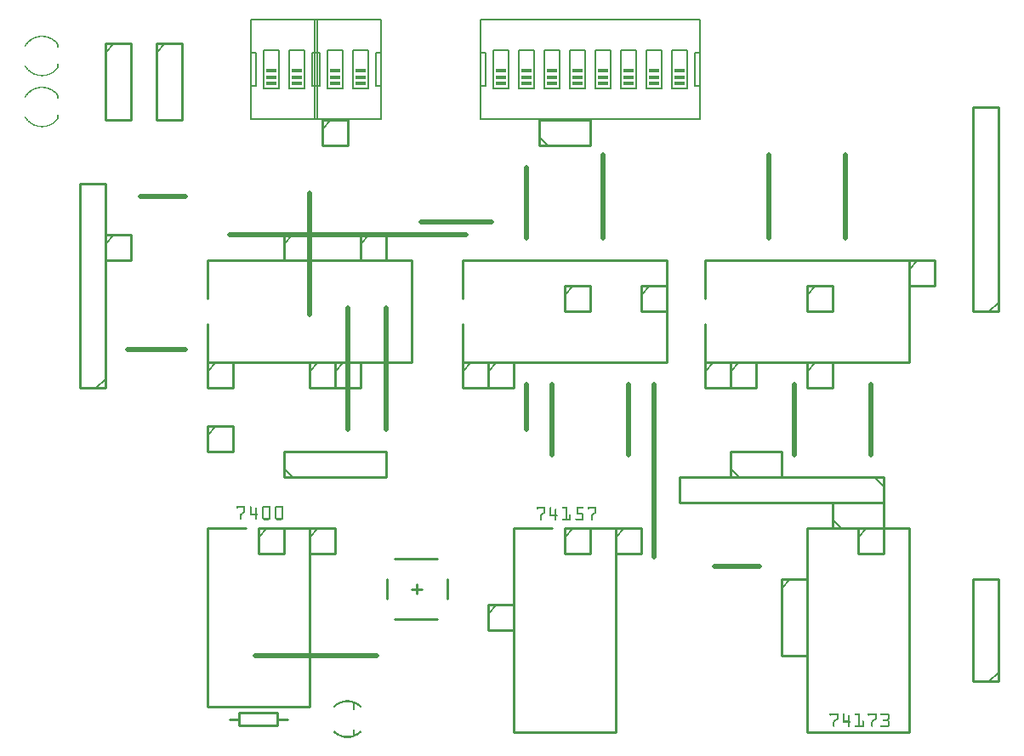
<source format=gto>
G04 MADE WITH FRITZING*
G04 WWW.FRITZING.ORG*
G04 SINGLE SIDED*
G04 HOLES NOT PLATED*
G04 CONTOUR ON CENTER OF CONTOUR VECTOR*
%ASAXBY*%
%FSLAX23Y23*%
%MOIN*%
%OFA0B0*%
%SFA1.0B1.0*%
%ADD10R,0.040000X0.015000*%
%ADD11C,0.021000*%
%ADD12C,0.010000*%
%ADD13C,0.005000*%
%ADD14C,0.008000*%
%ADD15R,0.001000X0.001000*%
%LNSILK1*%
G90*
G70*
G54D10*
X1224Y2844D03*
X1224Y2819D03*
X1224Y2794D03*
X1124Y2844D03*
X1124Y2819D03*
X1124Y2794D03*
X1474Y2844D03*
X1474Y2819D03*
X1474Y2794D03*
X1374Y2844D03*
X1374Y2819D03*
X1374Y2794D03*
X2724Y2844D03*
X2724Y2819D03*
X2724Y2794D03*
X2624Y2844D03*
X2624Y2819D03*
X2624Y2794D03*
X2524Y2844D03*
X2524Y2819D03*
X2524Y2794D03*
X2424Y2844D03*
X2424Y2819D03*
X2424Y2794D03*
X2324Y2844D03*
X2324Y2819D03*
X2324Y2794D03*
X2224Y2844D03*
X2224Y2819D03*
X2224Y2794D03*
X2124Y2844D03*
X2124Y2819D03*
X2124Y2794D03*
X2024Y2844D03*
X2024Y2819D03*
X2024Y2794D03*
G54D11*
X2224Y1339D02*
X2224Y1614D01*
D02*
X2524Y1339D02*
X2524Y1614D01*
D02*
X3174Y1339D02*
X3174Y1614D01*
D02*
X3474Y1339D02*
X3474Y1614D01*
D02*
X1424Y1914D02*
X1424Y1439D01*
D02*
X1887Y2201D02*
X962Y2201D01*
D02*
X3374Y2189D02*
X3374Y2514D01*
D02*
X3074Y2189D02*
X3074Y2514D01*
D02*
X2424Y2189D02*
X2424Y2514D01*
D02*
X2124Y2189D02*
X2124Y2464D01*
D02*
X2124Y1439D02*
X2124Y1614D01*
G54D12*
D02*
X1324Y2651D02*
X1324Y2551D01*
D02*
X1324Y2551D02*
X1424Y2551D01*
D02*
X1424Y2551D02*
X1424Y2651D01*
D02*
X1424Y2651D02*
X1324Y2651D01*
G54D13*
D02*
X1324Y2616D02*
X1359Y2651D01*
G54D12*
D02*
X1274Y1701D02*
X1274Y1601D01*
D02*
X1274Y1601D02*
X1374Y1601D01*
D02*
X1374Y1601D02*
X1374Y1701D01*
D02*
X1374Y1701D02*
X1274Y1701D01*
G54D13*
D02*
X1274Y1666D02*
X1309Y1701D01*
G54D12*
D02*
X874Y1701D02*
X874Y1601D01*
D02*
X874Y1601D02*
X974Y1601D01*
D02*
X974Y1601D02*
X974Y1701D01*
D02*
X974Y1701D02*
X874Y1701D01*
G54D13*
D02*
X874Y1666D02*
X909Y1701D01*
G54D12*
D02*
X2174Y2551D02*
X2374Y2551D01*
D02*
X2374Y2551D02*
X2374Y2651D01*
D02*
X2374Y2651D02*
X2174Y2651D01*
D02*
X2174Y2651D02*
X2174Y2551D01*
G54D13*
D02*
X2209Y2551D02*
X2174Y2586D01*
G54D12*
D02*
X3224Y1701D02*
X3224Y1601D01*
D02*
X3224Y1601D02*
X3324Y1601D01*
D02*
X3324Y1601D02*
X3324Y1701D01*
D02*
X3324Y1701D02*
X3224Y1701D01*
G54D13*
D02*
X3224Y1666D02*
X3259Y1701D01*
G54D12*
D02*
X2924Y1701D02*
X2924Y1601D01*
D02*
X2924Y1601D02*
X3024Y1601D01*
D02*
X3024Y1601D02*
X3024Y1701D01*
D02*
X3024Y1701D02*
X2924Y1701D01*
G54D13*
D02*
X2924Y1666D02*
X2959Y1701D01*
G54D12*
D02*
X2824Y1701D02*
X2824Y1601D01*
D02*
X2824Y1601D02*
X2924Y1601D01*
D02*
X2924Y1601D02*
X2924Y1701D01*
D02*
X2924Y1701D02*
X2824Y1701D01*
G54D13*
D02*
X2824Y1666D02*
X2859Y1701D01*
G54D12*
D02*
X1474Y2201D02*
X1474Y2101D01*
D02*
X1474Y2101D02*
X1574Y2101D01*
D02*
X1574Y2101D02*
X1574Y2201D01*
D02*
X1574Y2201D02*
X1474Y2201D01*
G54D13*
D02*
X1474Y2166D02*
X1509Y2201D01*
G54D12*
D02*
X1174Y2201D02*
X1174Y2101D01*
D02*
X1174Y2101D02*
X1274Y2101D01*
D02*
X1274Y2101D02*
X1274Y2201D01*
D02*
X1274Y2201D02*
X1174Y2201D01*
G54D13*
D02*
X1174Y2166D02*
X1209Y2201D01*
G54D12*
D02*
X1974Y1701D02*
X1974Y1601D01*
D02*
X1974Y1601D02*
X2074Y1601D01*
D02*
X2074Y1601D02*
X2074Y1701D01*
D02*
X2074Y1701D02*
X1974Y1701D01*
G54D13*
D02*
X1974Y1666D02*
X2009Y1701D01*
G54D12*
D02*
X1874Y1701D02*
X1874Y1601D01*
D02*
X1874Y1601D02*
X1974Y1601D01*
D02*
X1974Y1601D02*
X1974Y1701D01*
D02*
X1974Y1701D02*
X1874Y1701D01*
G54D13*
D02*
X1874Y1666D02*
X1909Y1701D01*
G54D12*
D02*
X3224Y2001D02*
X3224Y1901D01*
D02*
X3224Y1901D02*
X3324Y1901D01*
D02*
X3324Y1901D02*
X3324Y2001D01*
D02*
X3324Y2001D02*
X3224Y2001D01*
G54D13*
D02*
X3224Y1966D02*
X3259Y2001D01*
G54D12*
D02*
X3624Y2101D02*
X3624Y2001D01*
D02*
X3624Y2001D02*
X3724Y2001D01*
D02*
X3724Y2001D02*
X3724Y2101D01*
D02*
X3724Y2101D02*
X3624Y2101D01*
G54D13*
D02*
X3624Y2066D02*
X3659Y2101D01*
G54D12*
D02*
X2574Y2001D02*
X2574Y1901D01*
D02*
X2574Y1901D02*
X2674Y1901D01*
D02*
X2674Y1901D02*
X2674Y2001D01*
D02*
X2674Y2001D02*
X2574Y2001D01*
G54D13*
D02*
X2574Y1966D02*
X2609Y2001D01*
G54D12*
D02*
X2274Y2001D02*
X2274Y1901D01*
D02*
X2274Y1901D02*
X2374Y1901D01*
D02*
X2374Y1901D02*
X2374Y2001D01*
D02*
X2374Y2001D02*
X2274Y2001D01*
G54D13*
D02*
X2274Y1966D02*
X2309Y2001D01*
G54D12*
D02*
X474Y2951D02*
X474Y2651D01*
D02*
X474Y2651D02*
X574Y2651D01*
D02*
X574Y2651D02*
X574Y2951D01*
D02*
X574Y2951D02*
X474Y2951D01*
G54D13*
D02*
X474Y2916D02*
X509Y2951D01*
G54D12*
D02*
X674Y2951D02*
X674Y2651D01*
D02*
X674Y2651D02*
X774Y2651D01*
D02*
X774Y2651D02*
X774Y2951D01*
D02*
X774Y2951D02*
X674Y2951D01*
G54D13*
D02*
X674Y2916D02*
X709Y2951D01*
G54D12*
D02*
X3524Y1251D02*
X2724Y1251D01*
D02*
X2724Y1251D02*
X2724Y1151D01*
D02*
X2724Y1151D02*
X3524Y1151D01*
D02*
X3524Y1151D02*
X3524Y1251D01*
G54D13*
D02*
X3489Y1251D02*
X3524Y1216D01*
G54D12*
D02*
X3974Y1901D02*
X3974Y2701D01*
D02*
X3974Y2701D02*
X3874Y2701D01*
D02*
X3874Y2701D02*
X3874Y1901D01*
D02*
X3874Y1901D02*
X3974Y1901D01*
G54D13*
D02*
X3974Y1936D02*
X3939Y1901D01*
G54D12*
D02*
X3974Y451D02*
X3974Y851D01*
D02*
X3974Y851D02*
X3874Y851D01*
D02*
X3874Y851D02*
X3874Y451D01*
D02*
X3874Y451D02*
X3974Y451D01*
G54D13*
D02*
X3974Y486D02*
X3939Y451D01*
G54D12*
D02*
X2074Y1051D02*
X2074Y251D01*
D02*
X2074Y251D02*
X2474Y251D01*
D02*
X2474Y251D02*
X2474Y1051D01*
D02*
X2074Y1051D02*
X2224Y1051D01*
D02*
X2324Y1051D02*
X2474Y1051D01*
D02*
X874Y1701D02*
X1674Y1701D01*
D02*
X1674Y1701D02*
X1674Y2101D01*
D02*
X1674Y2101D02*
X874Y2101D01*
D02*
X874Y1701D02*
X874Y1851D01*
D02*
X874Y1951D02*
X874Y2101D01*
D02*
X1874Y1701D02*
X2674Y1701D01*
D02*
X2674Y1701D02*
X2674Y2101D01*
D02*
X2674Y2101D02*
X1874Y2101D01*
D02*
X1874Y1701D02*
X1874Y1851D01*
D02*
X1874Y1951D02*
X1874Y2101D01*
D02*
X2824Y1701D02*
X3624Y1701D01*
D02*
X3624Y1701D02*
X3624Y2101D01*
D02*
X3624Y2101D02*
X2824Y2101D01*
D02*
X2824Y1701D02*
X2824Y1851D01*
D02*
X2824Y1951D02*
X2824Y2101D01*
G54D14*
D02*
X1044Y2656D02*
X1304Y2656D01*
D02*
X1304Y3046D02*
X1044Y3046D01*
D02*
X1044Y3046D02*
X1044Y2916D01*
D02*
X1044Y2786D02*
X1064Y2786D01*
D02*
X1064Y2786D02*
X1064Y2916D01*
D02*
X1064Y2916D02*
X1044Y2916D01*
D02*
X1044Y2786D02*
X1044Y2656D01*
D02*
X1044Y2916D02*
X1044Y2786D01*
D02*
X1304Y2656D02*
X1304Y2786D01*
D02*
X1304Y2916D02*
X1284Y2916D01*
D02*
X1284Y2916D02*
X1284Y2786D01*
D02*
X1284Y2786D02*
X1304Y2786D01*
D02*
X1304Y2916D02*
X1304Y3046D01*
D02*
X1304Y2786D02*
X1304Y2916D01*
D02*
X1194Y2926D02*
X1194Y2776D01*
D02*
X1194Y2926D02*
X1254Y2926D01*
D02*
X1254Y2776D02*
X1254Y2926D01*
D02*
X1254Y2776D02*
X1194Y2776D01*
D02*
X1094Y2926D02*
X1094Y2776D01*
D02*
X1094Y2926D02*
X1154Y2926D01*
D02*
X1154Y2776D02*
X1154Y2926D01*
D02*
X1154Y2776D02*
X1094Y2776D01*
D02*
X1294Y2656D02*
X1554Y2656D01*
D02*
X1554Y3046D02*
X1294Y3046D01*
D02*
X1294Y3046D02*
X1294Y2916D01*
D02*
X1294Y2786D02*
X1314Y2786D01*
D02*
X1314Y2786D02*
X1314Y2916D01*
D02*
X1314Y2916D02*
X1294Y2916D01*
D02*
X1294Y2786D02*
X1294Y2656D01*
D02*
X1294Y2916D02*
X1294Y2786D01*
D02*
X1554Y2656D02*
X1554Y2786D01*
D02*
X1554Y2916D02*
X1534Y2916D01*
D02*
X1534Y2916D02*
X1534Y2786D01*
D02*
X1534Y2786D02*
X1554Y2786D01*
D02*
X1554Y2916D02*
X1554Y3046D01*
D02*
X1554Y2786D02*
X1554Y2916D01*
D02*
X1444Y2926D02*
X1444Y2776D01*
D02*
X1444Y2926D02*
X1504Y2926D01*
D02*
X1504Y2776D02*
X1504Y2926D01*
D02*
X1504Y2776D02*
X1444Y2776D01*
D02*
X1344Y2926D02*
X1344Y2776D01*
D02*
X1344Y2926D02*
X1404Y2926D01*
D02*
X1404Y2776D02*
X1404Y2926D01*
D02*
X1404Y2776D02*
X1344Y2776D01*
D02*
X1944Y2656D02*
X2804Y2656D01*
D02*
X2804Y3046D02*
X1944Y3046D01*
D02*
X1944Y3046D02*
X1944Y2916D01*
D02*
X1944Y2786D02*
X1964Y2786D01*
D02*
X1964Y2786D02*
X1964Y2916D01*
D02*
X1964Y2916D02*
X1944Y2916D01*
D02*
X1944Y2786D02*
X1944Y2656D01*
D02*
X1944Y2916D02*
X1944Y2786D01*
D02*
X2804Y2656D02*
X2804Y2786D01*
D02*
X2804Y2916D02*
X2784Y2916D01*
D02*
X2784Y2916D02*
X2784Y2786D01*
D02*
X2784Y2786D02*
X2804Y2786D01*
D02*
X2804Y2916D02*
X2804Y3046D01*
D02*
X2804Y2786D02*
X2804Y2916D01*
D02*
X2694Y2926D02*
X2694Y2776D01*
D02*
X2694Y2926D02*
X2754Y2926D01*
D02*
X2754Y2776D02*
X2754Y2926D01*
D02*
X2754Y2776D02*
X2694Y2776D01*
D02*
X2594Y2926D02*
X2594Y2776D01*
D02*
X2594Y2926D02*
X2654Y2926D01*
D02*
X2654Y2776D02*
X2654Y2926D01*
D02*
X2654Y2776D02*
X2594Y2776D01*
D02*
X2494Y2926D02*
X2494Y2776D01*
D02*
X2494Y2926D02*
X2554Y2926D01*
D02*
X2554Y2776D02*
X2554Y2926D01*
D02*
X2554Y2776D02*
X2494Y2776D01*
D02*
X2394Y2926D02*
X2394Y2776D01*
D02*
X2394Y2926D02*
X2454Y2926D01*
D02*
X2454Y2776D02*
X2454Y2926D01*
D02*
X2454Y2776D02*
X2394Y2776D01*
D02*
X2294Y2926D02*
X2294Y2776D01*
D02*
X2294Y2926D02*
X2354Y2926D01*
D02*
X2354Y2776D02*
X2354Y2926D01*
D02*
X2354Y2776D02*
X2294Y2776D01*
D02*
X2194Y2926D02*
X2194Y2776D01*
D02*
X2194Y2926D02*
X2254Y2926D01*
D02*
X2254Y2776D02*
X2254Y2926D01*
D02*
X2254Y2776D02*
X2194Y2776D01*
D02*
X2094Y2926D02*
X2094Y2776D01*
D02*
X2094Y2926D02*
X2154Y2926D01*
D02*
X2154Y2776D02*
X2154Y2926D01*
D02*
X2154Y2776D02*
X2094Y2776D01*
D02*
X1994Y2926D02*
X1994Y2776D01*
D02*
X1994Y2926D02*
X2054Y2926D01*
D02*
X2054Y2776D02*
X2054Y2926D01*
D02*
X2054Y2776D02*
X1994Y2776D01*
G54D12*
D02*
X3224Y1051D02*
X3224Y251D01*
D02*
X3224Y251D02*
X3624Y251D01*
D02*
X3624Y251D02*
X3624Y1051D01*
D02*
X3224Y1051D02*
X3374Y1051D01*
D02*
X3474Y1051D02*
X3624Y1051D01*
G54D11*
D02*
X1274Y1889D02*
X1274Y2364D01*
G54D12*
D02*
X3324Y1051D02*
X3524Y1051D01*
D02*
X3524Y1051D02*
X3524Y1151D01*
D02*
X3524Y1151D02*
X3324Y1151D01*
D02*
X3324Y1151D02*
X3324Y1051D01*
G54D13*
D02*
X3359Y1051D02*
X3324Y1086D01*
G54D12*
D02*
X2924Y1251D02*
X3124Y1251D01*
D02*
X3124Y1251D02*
X3124Y1351D01*
D02*
X3124Y1351D02*
X2924Y1351D01*
D02*
X2924Y1351D02*
X2924Y1251D01*
G54D13*
D02*
X2959Y1251D02*
X2924Y1286D01*
G54D12*
D02*
X874Y1051D02*
X874Y351D01*
D02*
X874Y351D02*
X1274Y351D01*
D02*
X1274Y351D02*
X1274Y1051D01*
D02*
X874Y1051D02*
X1024Y1051D01*
D02*
X1124Y1051D02*
X1274Y1051D01*
D02*
X1578Y773D02*
X1578Y852D01*
D02*
X1775Y694D02*
X1608Y694D01*
D02*
X1775Y931D02*
X1608Y931D01*
D02*
X1814Y773D02*
X1814Y852D01*
D02*
X1696Y793D02*
X1696Y832D01*
D02*
X1676Y812D02*
X1716Y812D01*
D02*
X1174Y1251D02*
X1574Y1251D01*
D02*
X1574Y1251D02*
X1574Y1351D01*
D02*
X1574Y1351D02*
X1174Y1351D01*
D02*
X1174Y1351D02*
X1174Y1251D01*
G54D13*
D02*
X1209Y1251D02*
X1174Y1286D01*
G54D12*
D02*
X474Y1601D02*
X474Y2401D01*
D02*
X474Y2401D02*
X374Y2401D01*
D02*
X374Y2401D02*
X374Y1601D01*
D02*
X374Y1601D02*
X474Y1601D01*
G54D13*
D02*
X474Y1636D02*
X439Y1601D01*
G54D11*
D02*
X1574Y1914D02*
X1574Y1439D01*
G54D12*
D02*
X1374Y1701D02*
X1374Y1601D01*
D02*
X1374Y1601D02*
X1474Y1601D01*
D02*
X1474Y1601D02*
X1474Y1701D01*
D02*
X1474Y1701D02*
X1374Y1701D01*
G54D13*
D02*
X1374Y1666D02*
X1409Y1701D01*
G54D12*
D02*
X3124Y851D02*
X3124Y551D01*
D02*
X3124Y551D02*
X3224Y551D01*
D02*
X3224Y551D02*
X3224Y851D01*
D02*
X3224Y851D02*
X3124Y851D01*
G54D13*
D02*
X3124Y816D02*
X3159Y851D01*
G54D11*
D02*
X562Y1751D02*
X787Y1751D01*
D02*
X612Y2351D02*
X787Y2351D01*
G54D12*
D02*
X1187Y302D02*
X1150Y302D01*
D02*
X1000Y302D02*
X962Y302D01*
D02*
X1150Y277D02*
X1000Y277D01*
D02*
X1000Y277D02*
X1000Y327D01*
D02*
X1000Y327D02*
X1150Y327D01*
D02*
X1150Y327D02*
X1150Y277D01*
D02*
X2274Y1051D02*
X2274Y951D01*
D02*
X2274Y951D02*
X2374Y951D01*
D02*
X2374Y951D02*
X2374Y1051D01*
D02*
X2374Y1051D02*
X2274Y1051D01*
G54D13*
D02*
X2274Y1016D02*
X2309Y1051D01*
G54D12*
D02*
X1074Y1051D02*
X1074Y951D01*
D02*
X1074Y951D02*
X1174Y951D01*
D02*
X1174Y951D02*
X1174Y1051D01*
D02*
X1174Y1051D02*
X1074Y1051D01*
G54D13*
D02*
X1074Y1016D02*
X1109Y1051D01*
G54D12*
D02*
X3424Y1051D02*
X3424Y951D01*
D02*
X3424Y951D02*
X3524Y951D01*
D02*
X3524Y951D02*
X3524Y1051D01*
D02*
X3524Y1051D02*
X3424Y1051D01*
G54D13*
D02*
X3424Y1016D02*
X3459Y1051D01*
G54D12*
D02*
X2474Y1051D02*
X2474Y951D01*
D02*
X2474Y951D02*
X2574Y951D01*
D02*
X2574Y951D02*
X2574Y1051D01*
D02*
X2574Y1051D02*
X2474Y1051D01*
G54D13*
D02*
X2474Y1016D02*
X2509Y1051D01*
G54D12*
D02*
X1274Y1051D02*
X1274Y951D01*
D02*
X1274Y951D02*
X1374Y951D01*
D02*
X1374Y951D02*
X1374Y1051D01*
D02*
X1374Y1051D02*
X1274Y1051D01*
G54D13*
D02*
X1274Y1016D02*
X1309Y1051D01*
G54D12*
D02*
X874Y1451D02*
X874Y1351D01*
D02*
X874Y1351D02*
X974Y1351D01*
D02*
X974Y1351D02*
X974Y1451D01*
D02*
X974Y1451D02*
X874Y1451D01*
G54D13*
D02*
X874Y1416D02*
X909Y1451D01*
G54D11*
D02*
X1987Y2251D02*
X1712Y2251D01*
D02*
X1537Y551D02*
X1062Y551D01*
D02*
X3037Y901D02*
X2862Y901D01*
D02*
X2624Y939D02*
X2624Y1614D01*
G54D12*
D02*
X1974Y751D02*
X1974Y651D01*
D02*
X1974Y651D02*
X2074Y651D01*
D02*
X2074Y651D02*
X2074Y751D01*
D02*
X2074Y751D02*
X1974Y751D01*
G54D13*
D02*
X1974Y716D02*
X2009Y751D01*
G54D12*
D02*
X474Y2201D02*
X474Y2101D01*
D02*
X474Y2101D02*
X574Y2101D01*
D02*
X574Y2101D02*
X574Y2201D01*
D02*
X574Y2201D02*
X474Y2201D01*
G54D13*
D02*
X474Y2166D02*
X509Y2201D01*
G54D14*
X1449Y367D02*
X1449Y342D01*
D02*
X1449Y237D02*
X1449Y262D01*
D02*
G54D15*
X223Y2981D02*
X231Y2981D01*
X214Y2980D02*
X240Y2980D01*
X209Y2979D02*
X245Y2979D01*
X205Y2978D02*
X248Y2978D01*
X202Y2977D02*
X252Y2977D01*
X199Y2976D02*
X219Y2976D01*
X234Y2976D02*
X255Y2976D01*
X197Y2975D02*
X212Y2975D01*
X241Y2975D02*
X257Y2975D01*
X194Y2974D02*
X208Y2974D01*
X246Y2974D02*
X259Y2974D01*
X192Y2973D02*
X204Y2973D01*
X249Y2973D02*
X261Y2973D01*
X190Y2972D02*
X201Y2972D01*
X252Y2972D02*
X263Y2972D01*
X188Y2971D02*
X199Y2971D01*
X255Y2971D02*
X265Y2971D01*
X186Y2970D02*
X196Y2970D01*
X257Y2970D02*
X267Y2970D01*
X185Y2969D02*
X194Y2969D01*
X259Y2969D02*
X269Y2969D01*
X183Y2968D02*
X192Y2968D01*
X261Y2968D02*
X270Y2968D01*
X182Y2967D02*
X190Y2967D01*
X263Y2967D02*
X272Y2967D01*
X180Y2966D02*
X188Y2966D01*
X265Y2966D02*
X273Y2966D01*
X179Y2965D02*
X187Y2965D01*
X266Y2965D02*
X274Y2965D01*
X178Y2964D02*
X185Y2964D01*
X268Y2964D02*
X276Y2964D01*
X177Y2963D02*
X184Y2963D01*
X269Y2963D02*
X277Y2963D01*
X175Y2962D02*
X182Y2962D01*
X271Y2962D02*
X278Y2962D01*
X174Y2961D02*
X181Y2961D01*
X272Y2961D02*
X279Y2961D01*
X173Y2960D02*
X180Y2960D01*
X273Y2960D02*
X280Y2960D01*
X172Y2959D02*
X179Y2959D01*
X275Y2959D02*
X281Y2959D01*
X171Y2958D02*
X177Y2958D01*
X276Y2958D02*
X282Y2958D01*
X170Y2957D02*
X176Y2957D01*
X277Y2957D02*
X283Y2957D01*
X169Y2956D02*
X175Y2956D01*
X278Y2956D02*
X284Y2956D01*
X168Y2955D02*
X174Y2955D01*
X279Y2955D02*
X285Y2955D01*
X167Y2954D02*
X173Y2954D01*
X280Y2954D02*
X286Y2954D01*
X167Y2953D02*
X172Y2953D01*
X281Y2953D02*
X287Y2953D01*
X166Y2952D02*
X171Y2952D01*
X282Y2952D02*
X288Y2952D01*
X165Y2951D02*
X171Y2951D01*
X283Y2951D02*
X289Y2951D01*
X164Y2950D02*
X170Y2950D01*
X284Y2950D02*
X289Y2950D01*
X163Y2949D02*
X169Y2949D01*
X285Y2949D02*
X290Y2949D01*
X163Y2948D02*
X168Y2948D01*
X285Y2948D02*
X290Y2948D01*
X162Y2947D02*
X167Y2947D01*
X286Y2947D02*
X290Y2947D01*
X161Y2946D02*
X166Y2946D01*
X286Y2946D02*
X290Y2946D01*
X160Y2945D02*
X166Y2945D01*
X286Y2945D02*
X290Y2945D01*
X160Y2944D02*
X165Y2944D01*
X286Y2944D02*
X290Y2944D01*
X159Y2943D02*
X164Y2943D01*
X286Y2943D02*
X290Y2943D01*
X159Y2942D02*
X164Y2942D01*
X286Y2942D02*
X290Y2942D01*
X158Y2941D02*
X163Y2941D01*
X286Y2941D02*
X290Y2941D01*
X158Y2940D02*
X162Y2940D01*
X286Y2940D02*
X290Y2940D01*
X158Y2939D02*
X162Y2939D01*
X286Y2939D02*
X290Y2939D01*
X160Y2938D02*
X161Y2938D01*
X286Y2938D02*
X290Y2938D01*
X286Y2937D02*
X290Y2937D01*
X286Y2936D02*
X290Y2936D01*
X286Y2935D02*
X290Y2935D01*
X286Y2934D02*
X290Y2934D01*
X288Y2933D02*
X289Y2933D01*
X288Y2871D02*
X289Y2871D01*
X287Y2870D02*
X290Y2870D01*
X286Y2869D02*
X290Y2869D01*
X286Y2868D02*
X290Y2868D01*
X286Y2867D02*
X290Y2867D01*
X286Y2866D02*
X290Y2866D01*
X161Y2865D02*
X161Y2865D01*
X286Y2865D02*
X290Y2865D01*
X159Y2864D02*
X162Y2864D01*
X286Y2864D02*
X290Y2864D01*
X159Y2863D02*
X163Y2863D01*
X286Y2863D02*
X290Y2863D01*
X159Y2862D02*
X164Y2862D01*
X286Y2862D02*
X290Y2862D01*
X159Y2861D02*
X164Y2861D01*
X286Y2861D02*
X290Y2861D01*
X160Y2860D02*
X165Y2860D01*
X286Y2860D02*
X290Y2860D01*
X161Y2859D02*
X166Y2859D01*
X286Y2859D02*
X290Y2859D01*
X161Y2858D02*
X166Y2858D01*
X286Y2858D02*
X290Y2858D01*
X162Y2857D02*
X167Y2857D01*
X286Y2857D02*
X290Y2857D01*
X163Y2856D02*
X168Y2856D01*
X285Y2856D02*
X290Y2856D01*
X163Y2855D02*
X169Y2855D01*
X285Y2855D02*
X290Y2855D01*
X164Y2854D02*
X170Y2854D01*
X284Y2854D02*
X289Y2854D01*
X165Y2853D02*
X170Y2853D01*
X283Y2853D02*
X289Y2853D01*
X166Y2852D02*
X171Y2852D01*
X282Y2852D02*
X288Y2852D01*
X166Y2851D02*
X172Y2851D01*
X281Y2851D02*
X287Y2851D01*
X167Y2850D02*
X173Y2850D01*
X280Y2850D02*
X286Y2850D01*
X168Y2849D02*
X174Y2849D01*
X279Y2849D02*
X285Y2849D01*
X169Y2848D02*
X175Y2848D01*
X278Y2848D02*
X284Y2848D01*
X170Y2847D02*
X176Y2847D01*
X277Y2847D02*
X283Y2847D01*
X171Y2846D02*
X178Y2846D01*
X276Y2846D02*
X282Y2846D01*
X172Y2845D02*
X179Y2845D01*
X275Y2845D02*
X281Y2845D01*
X173Y2844D02*
X180Y2844D01*
X273Y2844D02*
X280Y2844D01*
X174Y2843D02*
X181Y2843D01*
X272Y2843D02*
X279Y2843D01*
X175Y2842D02*
X183Y2842D01*
X271Y2842D02*
X278Y2842D01*
X177Y2841D02*
X184Y2841D01*
X270Y2841D02*
X277Y2841D01*
X178Y2840D02*
X186Y2840D01*
X268Y2840D02*
X275Y2840D01*
X179Y2839D02*
X187Y2839D01*
X266Y2839D02*
X274Y2839D01*
X180Y2838D02*
X189Y2838D01*
X265Y2838D02*
X273Y2838D01*
X182Y2837D02*
X190Y2837D01*
X263Y2837D02*
X272Y2837D01*
X183Y2836D02*
X192Y2836D01*
X261Y2836D02*
X270Y2836D01*
X185Y2835D02*
X194Y2835D01*
X259Y2835D02*
X268Y2835D01*
X186Y2834D02*
X196Y2834D01*
X257Y2834D02*
X267Y2834D01*
X188Y2833D02*
X199Y2833D01*
X255Y2833D02*
X265Y2833D01*
X190Y2832D02*
X201Y2832D01*
X252Y2832D02*
X263Y2832D01*
X192Y2831D02*
X205Y2831D01*
X249Y2831D02*
X261Y2831D01*
X194Y2830D02*
X208Y2830D01*
X246Y2830D02*
X259Y2830D01*
X196Y2829D02*
X212Y2829D01*
X241Y2829D02*
X257Y2829D01*
X199Y2828D02*
X220Y2828D01*
X234Y2828D02*
X254Y2828D01*
X202Y2827D02*
X251Y2827D01*
X205Y2826D02*
X248Y2826D01*
X209Y2825D02*
X245Y2825D01*
X214Y2824D02*
X239Y2824D01*
X222Y2823D02*
X231Y2823D01*
X222Y2781D02*
X232Y2781D01*
X214Y2780D02*
X240Y2780D01*
X209Y2779D02*
X245Y2779D01*
X205Y2778D02*
X249Y2778D01*
X202Y2777D02*
X252Y2777D01*
X199Y2776D02*
X219Y2776D01*
X234Y2776D02*
X255Y2776D01*
X197Y2775D02*
X212Y2775D01*
X241Y2775D02*
X257Y2775D01*
X194Y2774D02*
X207Y2774D01*
X246Y2774D02*
X259Y2774D01*
X192Y2773D02*
X204Y2773D01*
X249Y2773D02*
X262Y2773D01*
X190Y2772D02*
X201Y2772D01*
X252Y2772D02*
X263Y2772D01*
X188Y2771D02*
X199Y2771D01*
X255Y2771D02*
X265Y2771D01*
X186Y2770D02*
X196Y2770D01*
X257Y2770D02*
X267Y2770D01*
X185Y2769D02*
X194Y2769D01*
X259Y2769D02*
X269Y2769D01*
X183Y2768D02*
X192Y2768D01*
X261Y2768D02*
X270Y2768D01*
X182Y2767D02*
X190Y2767D01*
X263Y2767D02*
X272Y2767D01*
X180Y2766D02*
X188Y2766D01*
X265Y2766D02*
X273Y2766D01*
X179Y2765D02*
X187Y2765D01*
X266Y2765D02*
X274Y2765D01*
X178Y2764D02*
X185Y2764D01*
X268Y2764D02*
X276Y2764D01*
X177Y2763D02*
X184Y2763D01*
X269Y2763D02*
X277Y2763D01*
X175Y2762D02*
X182Y2762D01*
X271Y2762D02*
X278Y2762D01*
X174Y2761D02*
X181Y2761D01*
X272Y2761D02*
X279Y2761D01*
X173Y2760D02*
X180Y2760D01*
X273Y2760D02*
X280Y2760D01*
X172Y2759D02*
X179Y2759D01*
X275Y2759D02*
X281Y2759D01*
X171Y2758D02*
X177Y2758D01*
X276Y2758D02*
X282Y2758D01*
X170Y2757D02*
X176Y2757D01*
X277Y2757D02*
X283Y2757D01*
X169Y2756D02*
X175Y2756D01*
X278Y2756D02*
X284Y2756D01*
X168Y2755D02*
X174Y2755D01*
X279Y2755D02*
X285Y2755D01*
X167Y2754D02*
X173Y2754D01*
X280Y2754D02*
X286Y2754D01*
X166Y2753D02*
X172Y2753D01*
X281Y2753D02*
X287Y2753D01*
X166Y2752D02*
X171Y2752D01*
X282Y2752D02*
X288Y2752D01*
X165Y2751D02*
X170Y2751D01*
X283Y2751D02*
X289Y2751D01*
X164Y2750D02*
X170Y2750D01*
X284Y2750D02*
X289Y2750D01*
X163Y2749D02*
X169Y2749D01*
X285Y2749D02*
X290Y2749D01*
X163Y2748D02*
X168Y2748D01*
X285Y2748D02*
X290Y2748D01*
X162Y2747D02*
X167Y2747D01*
X286Y2747D02*
X290Y2747D01*
X161Y2746D02*
X166Y2746D01*
X286Y2746D02*
X290Y2746D01*
X160Y2745D02*
X166Y2745D01*
X286Y2745D02*
X290Y2745D01*
X160Y2744D02*
X165Y2744D01*
X286Y2744D02*
X290Y2744D01*
X159Y2743D02*
X164Y2743D01*
X286Y2743D02*
X290Y2743D01*
X159Y2742D02*
X164Y2742D01*
X286Y2742D02*
X290Y2742D01*
X158Y2741D02*
X163Y2741D01*
X286Y2741D02*
X290Y2741D01*
X158Y2740D02*
X162Y2740D01*
X286Y2740D02*
X290Y2740D01*
X159Y2739D02*
X162Y2739D01*
X286Y2739D02*
X290Y2739D01*
X160Y2738D02*
X160Y2738D01*
X286Y2738D02*
X290Y2738D01*
X286Y2737D02*
X290Y2737D01*
X286Y2736D02*
X290Y2736D01*
X286Y2735D02*
X290Y2735D01*
X287Y2734D02*
X290Y2734D01*
X288Y2733D02*
X288Y2733D01*
X288Y2671D02*
X289Y2671D01*
X286Y2670D02*
X290Y2670D01*
X286Y2669D02*
X290Y2669D01*
X286Y2668D02*
X290Y2668D01*
X286Y2667D02*
X290Y2667D01*
X286Y2666D02*
X290Y2666D01*
X161Y2665D02*
X161Y2665D01*
X286Y2665D02*
X290Y2665D01*
X159Y2664D02*
X162Y2664D01*
X286Y2664D02*
X290Y2664D01*
X159Y2663D02*
X163Y2663D01*
X286Y2663D02*
X290Y2663D01*
X159Y2662D02*
X164Y2662D01*
X286Y2662D02*
X290Y2662D01*
X159Y2661D02*
X164Y2661D01*
X286Y2661D02*
X290Y2661D01*
X160Y2660D02*
X165Y2660D01*
X286Y2660D02*
X290Y2660D01*
X161Y2659D02*
X166Y2659D01*
X286Y2659D02*
X290Y2659D01*
X161Y2658D02*
X166Y2658D01*
X286Y2658D02*
X290Y2658D01*
X162Y2657D02*
X167Y2657D01*
X286Y2657D02*
X290Y2657D01*
X163Y2656D02*
X168Y2656D01*
X285Y2656D02*
X290Y2656D01*
X163Y2655D02*
X169Y2655D01*
X284Y2655D02*
X290Y2655D01*
X164Y2654D02*
X170Y2654D01*
X284Y2654D02*
X289Y2654D01*
X165Y2653D02*
X170Y2653D01*
X283Y2653D02*
X288Y2653D01*
X166Y2652D02*
X171Y2652D01*
X282Y2652D02*
X288Y2652D01*
X167Y2651D02*
X172Y2651D01*
X281Y2651D02*
X287Y2651D01*
X167Y2650D02*
X173Y2650D01*
X280Y2650D02*
X286Y2650D01*
X168Y2649D02*
X174Y2649D01*
X279Y2649D02*
X285Y2649D01*
X169Y2648D02*
X175Y2648D01*
X278Y2648D02*
X284Y2648D01*
X170Y2647D02*
X176Y2647D01*
X277Y2647D02*
X283Y2647D01*
X171Y2646D02*
X178Y2646D01*
X276Y2646D02*
X282Y2646D01*
X172Y2645D02*
X179Y2645D01*
X275Y2645D02*
X281Y2645D01*
X173Y2644D02*
X180Y2644D01*
X273Y2644D02*
X280Y2644D01*
X174Y2643D02*
X181Y2643D01*
X272Y2643D02*
X279Y2643D01*
X175Y2642D02*
X183Y2642D01*
X271Y2642D02*
X278Y2642D01*
X177Y2641D02*
X184Y2641D01*
X269Y2641D02*
X277Y2641D01*
X178Y2640D02*
X186Y2640D01*
X268Y2640D02*
X275Y2640D01*
X179Y2639D02*
X187Y2639D01*
X266Y2639D02*
X274Y2639D01*
X180Y2638D02*
X189Y2638D01*
X265Y2638D02*
X273Y2638D01*
X182Y2637D02*
X191Y2637D01*
X263Y2637D02*
X271Y2637D01*
X183Y2636D02*
X192Y2636D01*
X261Y2636D02*
X270Y2636D01*
X185Y2635D02*
X194Y2635D01*
X259Y2635D02*
X268Y2635D01*
X186Y2634D02*
X197Y2634D01*
X257Y2634D02*
X267Y2634D01*
X188Y2633D02*
X199Y2633D01*
X255Y2633D02*
X265Y2633D01*
X190Y2632D02*
X201Y2632D01*
X252Y2632D02*
X263Y2632D01*
X192Y2631D02*
X205Y2631D01*
X249Y2631D02*
X261Y2631D01*
X194Y2630D02*
X208Y2630D01*
X246Y2630D02*
X259Y2630D01*
X197Y2629D02*
X213Y2629D01*
X241Y2629D02*
X257Y2629D01*
X199Y2628D02*
X220Y2628D01*
X234Y2628D02*
X254Y2628D01*
X202Y2627D02*
X251Y2627D01*
X205Y2626D02*
X248Y2626D01*
X209Y2625D02*
X244Y2625D01*
X214Y2624D02*
X239Y2624D01*
X223Y2623D02*
X230Y2623D01*
X992Y1137D02*
X1023Y1137D01*
X1044Y1137D02*
X1044Y1137D01*
X1095Y1137D02*
X1117Y1137D01*
X1145Y1137D02*
X1167Y1137D01*
X990Y1136D02*
X1023Y1136D01*
X1042Y1136D02*
X1046Y1136D01*
X1093Y1136D02*
X1120Y1136D01*
X1143Y1136D02*
X1170Y1136D01*
X990Y1135D02*
X1023Y1135D01*
X1041Y1135D02*
X1047Y1135D01*
X1091Y1135D02*
X1121Y1135D01*
X1141Y1135D02*
X1171Y1135D01*
X989Y1134D02*
X1023Y1134D01*
X1041Y1134D02*
X1047Y1134D01*
X1090Y1134D02*
X1122Y1134D01*
X1140Y1134D02*
X1172Y1134D01*
X2168Y1134D02*
X2198Y1134D01*
X2219Y1134D02*
X2220Y1134D01*
X2268Y1134D02*
X2285Y1134D01*
X2322Y1134D02*
X2346Y1134D01*
X2368Y1134D02*
X2398Y1134D01*
X989Y1133D02*
X1023Y1133D01*
X1041Y1133D02*
X1047Y1133D01*
X1090Y1133D02*
X1122Y1133D01*
X1140Y1133D02*
X1172Y1133D01*
X2166Y1133D02*
X2199Y1133D01*
X2218Y1133D02*
X2222Y1133D01*
X2266Y1133D02*
X2285Y1133D01*
X2322Y1133D02*
X2348Y1133D01*
X2366Y1133D02*
X2399Y1133D01*
X989Y1132D02*
X1023Y1132D01*
X1041Y1132D02*
X1047Y1132D01*
X1090Y1132D02*
X1123Y1132D01*
X1140Y1132D02*
X1173Y1132D01*
X2165Y1132D02*
X2199Y1132D01*
X2217Y1132D02*
X2222Y1132D01*
X2265Y1132D02*
X2285Y1132D01*
X2322Y1132D02*
X2348Y1132D01*
X2365Y1132D02*
X2399Y1132D01*
X989Y1131D02*
X1023Y1131D01*
X1041Y1131D02*
X1047Y1131D01*
X1064Y1131D02*
X1065Y1131D01*
X1089Y1131D02*
X1123Y1131D01*
X1139Y1131D02*
X1173Y1131D01*
X2165Y1131D02*
X2199Y1131D01*
X2217Y1131D02*
X2223Y1131D01*
X2265Y1131D02*
X2285Y1131D01*
X2322Y1131D02*
X2349Y1131D01*
X2365Y1131D02*
X2399Y1131D01*
X989Y1130D02*
X995Y1130D01*
X1017Y1130D02*
X1023Y1130D01*
X1041Y1130D02*
X1047Y1130D01*
X1063Y1130D02*
X1067Y1130D01*
X1089Y1130D02*
X1096Y1130D01*
X1117Y1130D02*
X1123Y1130D01*
X1139Y1130D02*
X1146Y1130D01*
X1167Y1130D02*
X1173Y1130D01*
X2165Y1130D02*
X2199Y1130D01*
X2217Y1130D02*
X2223Y1130D01*
X2265Y1130D02*
X2285Y1130D01*
X2322Y1130D02*
X2348Y1130D01*
X2365Y1130D02*
X2399Y1130D01*
X990Y1129D02*
X995Y1129D01*
X1017Y1129D02*
X1023Y1129D01*
X1041Y1129D02*
X1047Y1129D01*
X1062Y1129D02*
X1067Y1129D01*
X1089Y1129D02*
X1095Y1129D01*
X1117Y1129D02*
X1123Y1129D01*
X1139Y1129D02*
X1145Y1129D01*
X1167Y1129D02*
X1173Y1129D01*
X2165Y1129D02*
X2199Y1129D01*
X2217Y1129D02*
X2223Y1129D01*
X2265Y1129D02*
X2285Y1129D01*
X2322Y1129D02*
X2348Y1129D01*
X2365Y1129D02*
X2399Y1129D01*
X991Y1128D02*
X994Y1128D01*
X1017Y1128D02*
X1023Y1128D01*
X1041Y1128D02*
X1047Y1128D01*
X1062Y1128D02*
X1068Y1128D01*
X1089Y1128D02*
X1095Y1128D01*
X1117Y1128D02*
X1123Y1128D01*
X1139Y1128D02*
X1145Y1128D01*
X1167Y1128D02*
X1173Y1128D01*
X2165Y1128D02*
X2199Y1128D01*
X2217Y1128D02*
X2223Y1128D01*
X2240Y1128D02*
X2241Y1128D01*
X2266Y1128D02*
X2285Y1128D01*
X2322Y1128D02*
X2347Y1128D01*
X2365Y1128D02*
X2399Y1128D01*
X1017Y1127D02*
X1023Y1127D01*
X1041Y1127D02*
X1047Y1127D01*
X1062Y1127D02*
X1068Y1127D01*
X1089Y1127D02*
X1095Y1127D01*
X1117Y1127D02*
X1123Y1127D01*
X1139Y1127D02*
X1145Y1127D01*
X1167Y1127D02*
X1173Y1127D01*
X2165Y1127D02*
X2171Y1127D01*
X2192Y1127D02*
X2199Y1127D01*
X2217Y1127D02*
X2223Y1127D01*
X2238Y1127D02*
X2243Y1127D01*
X2279Y1127D02*
X2285Y1127D01*
X2322Y1127D02*
X2328Y1127D01*
X2365Y1127D02*
X2371Y1127D01*
X2392Y1127D02*
X2399Y1127D01*
X1017Y1126D02*
X1023Y1126D01*
X1041Y1126D02*
X1047Y1126D01*
X1062Y1126D02*
X1068Y1126D01*
X1089Y1126D02*
X1095Y1126D01*
X1117Y1126D02*
X1123Y1126D01*
X1139Y1126D02*
X1145Y1126D01*
X1167Y1126D02*
X1173Y1126D01*
X2166Y1126D02*
X2170Y1126D01*
X2193Y1126D02*
X2199Y1126D01*
X2217Y1126D02*
X2223Y1126D01*
X2238Y1126D02*
X2243Y1126D01*
X2279Y1126D02*
X2285Y1126D01*
X2322Y1126D02*
X2328Y1126D01*
X2365Y1126D02*
X2370Y1126D01*
X2393Y1126D02*
X2399Y1126D01*
X1017Y1125D02*
X1023Y1125D01*
X1041Y1125D02*
X1047Y1125D01*
X1062Y1125D02*
X1068Y1125D01*
X1089Y1125D02*
X1095Y1125D01*
X1117Y1125D02*
X1123Y1125D01*
X1139Y1125D02*
X1145Y1125D01*
X1167Y1125D02*
X1173Y1125D01*
X2166Y1125D02*
X2170Y1125D01*
X2193Y1125D02*
X2199Y1125D01*
X2217Y1125D02*
X2223Y1125D01*
X2237Y1125D02*
X2243Y1125D01*
X2279Y1125D02*
X2285Y1125D01*
X2322Y1125D02*
X2328Y1125D01*
X2366Y1125D02*
X2370Y1125D01*
X2393Y1125D02*
X2399Y1125D01*
X1017Y1124D02*
X1023Y1124D01*
X1041Y1124D02*
X1047Y1124D01*
X1062Y1124D02*
X1068Y1124D01*
X1089Y1124D02*
X1095Y1124D01*
X1117Y1124D02*
X1123Y1124D01*
X1139Y1124D02*
X1145Y1124D01*
X1167Y1124D02*
X1173Y1124D01*
X2193Y1124D02*
X2199Y1124D01*
X2217Y1124D02*
X2223Y1124D01*
X2237Y1124D02*
X2243Y1124D01*
X2279Y1124D02*
X2285Y1124D01*
X2322Y1124D02*
X2328Y1124D01*
X2393Y1124D02*
X2399Y1124D01*
X1017Y1123D02*
X1023Y1123D01*
X1041Y1123D02*
X1047Y1123D01*
X1062Y1123D02*
X1068Y1123D01*
X1089Y1123D02*
X1095Y1123D01*
X1117Y1123D02*
X1123Y1123D01*
X1139Y1123D02*
X1145Y1123D01*
X1167Y1123D02*
X1173Y1123D01*
X2193Y1123D02*
X2199Y1123D01*
X2217Y1123D02*
X2223Y1123D01*
X2237Y1123D02*
X2243Y1123D01*
X2279Y1123D02*
X2285Y1123D01*
X2322Y1123D02*
X2328Y1123D01*
X2393Y1123D02*
X2399Y1123D01*
X1017Y1122D02*
X1023Y1122D01*
X1041Y1122D02*
X1047Y1122D01*
X1062Y1122D02*
X1068Y1122D01*
X1089Y1122D02*
X1095Y1122D01*
X1117Y1122D02*
X1123Y1122D01*
X1139Y1122D02*
X1145Y1122D01*
X1167Y1122D02*
X1173Y1122D01*
X2193Y1122D02*
X2199Y1122D01*
X2217Y1122D02*
X2223Y1122D01*
X2237Y1122D02*
X2243Y1122D01*
X2279Y1122D02*
X2285Y1122D01*
X2322Y1122D02*
X2328Y1122D01*
X2393Y1122D02*
X2399Y1122D01*
X1017Y1121D02*
X1023Y1121D01*
X1041Y1121D02*
X1047Y1121D01*
X1062Y1121D02*
X1068Y1121D01*
X1089Y1121D02*
X1095Y1121D01*
X1117Y1121D02*
X1123Y1121D01*
X1139Y1121D02*
X1145Y1121D01*
X1167Y1121D02*
X1173Y1121D01*
X2193Y1121D02*
X2199Y1121D01*
X2217Y1121D02*
X2223Y1121D01*
X2237Y1121D02*
X2243Y1121D01*
X2279Y1121D02*
X2285Y1121D01*
X2322Y1121D02*
X2328Y1121D01*
X2393Y1121D02*
X2399Y1121D01*
X1017Y1120D02*
X1023Y1120D01*
X1041Y1120D02*
X1047Y1120D01*
X1062Y1120D02*
X1068Y1120D01*
X1089Y1120D02*
X1095Y1120D01*
X1117Y1120D02*
X1123Y1120D01*
X1139Y1120D02*
X1145Y1120D01*
X1167Y1120D02*
X1173Y1120D01*
X2193Y1120D02*
X2199Y1120D01*
X2217Y1120D02*
X2223Y1120D01*
X2237Y1120D02*
X2243Y1120D01*
X2279Y1120D02*
X2285Y1120D01*
X2322Y1120D02*
X2328Y1120D01*
X2393Y1120D02*
X2399Y1120D01*
X1017Y1119D02*
X1023Y1119D01*
X1041Y1119D02*
X1047Y1119D01*
X1062Y1119D02*
X1068Y1119D01*
X1089Y1119D02*
X1095Y1119D01*
X1117Y1119D02*
X1123Y1119D01*
X1139Y1119D02*
X1145Y1119D01*
X1167Y1119D02*
X1173Y1119D01*
X2193Y1119D02*
X2199Y1119D01*
X2217Y1119D02*
X2223Y1119D01*
X2237Y1119D02*
X2243Y1119D01*
X2279Y1119D02*
X2285Y1119D01*
X2322Y1119D02*
X2328Y1119D01*
X2393Y1119D02*
X2399Y1119D01*
X1017Y1118D02*
X1023Y1118D01*
X1041Y1118D02*
X1047Y1118D01*
X1062Y1118D02*
X1068Y1118D01*
X1089Y1118D02*
X1095Y1118D01*
X1117Y1118D02*
X1123Y1118D01*
X1139Y1118D02*
X1145Y1118D01*
X1167Y1118D02*
X1173Y1118D01*
X2193Y1118D02*
X2199Y1118D01*
X2217Y1118D02*
X2223Y1118D01*
X2237Y1118D02*
X2243Y1118D01*
X2279Y1118D02*
X2285Y1118D01*
X2322Y1118D02*
X2328Y1118D01*
X2393Y1118D02*
X2399Y1118D01*
X1016Y1117D02*
X1023Y1117D01*
X1041Y1117D02*
X1047Y1117D01*
X1062Y1117D02*
X1068Y1117D01*
X1089Y1117D02*
X1095Y1117D01*
X1117Y1117D02*
X1123Y1117D01*
X1139Y1117D02*
X1145Y1117D01*
X1167Y1117D02*
X1173Y1117D01*
X2193Y1117D02*
X2199Y1117D01*
X2217Y1117D02*
X2223Y1117D01*
X2237Y1117D02*
X2243Y1117D01*
X2279Y1117D02*
X2285Y1117D01*
X2322Y1117D02*
X2328Y1117D01*
X2393Y1117D02*
X2399Y1117D01*
X1015Y1116D02*
X1023Y1116D01*
X1041Y1116D02*
X1047Y1116D01*
X1062Y1116D02*
X1068Y1116D01*
X1089Y1116D02*
X1095Y1116D01*
X1117Y1116D02*
X1123Y1116D01*
X1139Y1116D02*
X1145Y1116D01*
X1167Y1116D02*
X1173Y1116D01*
X2193Y1116D02*
X2199Y1116D01*
X2217Y1116D02*
X2223Y1116D01*
X2237Y1116D02*
X2243Y1116D01*
X2279Y1116D02*
X2285Y1116D01*
X2322Y1116D02*
X2328Y1116D01*
X2393Y1116D02*
X2399Y1116D01*
X1014Y1115D02*
X1023Y1115D01*
X1041Y1115D02*
X1047Y1115D01*
X1062Y1115D02*
X1068Y1115D01*
X1089Y1115D02*
X1095Y1115D01*
X1117Y1115D02*
X1123Y1115D01*
X1139Y1115D02*
X1145Y1115D01*
X1167Y1115D02*
X1173Y1115D01*
X2193Y1115D02*
X2199Y1115D01*
X2217Y1115D02*
X2223Y1115D01*
X2237Y1115D02*
X2243Y1115D01*
X2279Y1115D02*
X2285Y1115D01*
X2322Y1115D02*
X2328Y1115D01*
X2393Y1115D02*
X2399Y1115D01*
X1013Y1114D02*
X1022Y1114D01*
X1041Y1114D02*
X1047Y1114D01*
X1062Y1114D02*
X1068Y1114D01*
X1089Y1114D02*
X1095Y1114D01*
X1117Y1114D02*
X1123Y1114D01*
X1139Y1114D02*
X1145Y1114D01*
X1167Y1114D02*
X1173Y1114D01*
X2192Y1114D02*
X2199Y1114D01*
X2217Y1114D02*
X2223Y1114D01*
X2237Y1114D02*
X2243Y1114D01*
X2279Y1114D02*
X2285Y1114D01*
X2322Y1114D02*
X2328Y1114D01*
X2392Y1114D02*
X2399Y1114D01*
X1011Y1113D02*
X1021Y1113D01*
X1041Y1113D02*
X1047Y1113D01*
X1062Y1113D02*
X1068Y1113D01*
X1089Y1113D02*
X1095Y1113D01*
X1117Y1113D02*
X1123Y1113D01*
X1139Y1113D02*
X1145Y1113D01*
X1167Y1113D02*
X1173Y1113D01*
X2191Y1113D02*
X2199Y1113D01*
X2217Y1113D02*
X2223Y1113D01*
X2237Y1113D02*
X2243Y1113D01*
X2279Y1113D02*
X2285Y1113D01*
X2322Y1113D02*
X2328Y1113D01*
X2391Y1113D02*
X2399Y1113D01*
X1010Y1112D02*
X1020Y1112D01*
X1041Y1112D02*
X1047Y1112D01*
X1062Y1112D02*
X1068Y1112D01*
X1089Y1112D02*
X1095Y1112D01*
X1117Y1112D02*
X1123Y1112D01*
X1139Y1112D02*
X1145Y1112D01*
X1167Y1112D02*
X1173Y1112D01*
X2190Y1112D02*
X2198Y1112D01*
X2217Y1112D02*
X2223Y1112D01*
X2237Y1112D02*
X2243Y1112D01*
X2279Y1112D02*
X2285Y1112D01*
X2322Y1112D02*
X2328Y1112D01*
X2389Y1112D02*
X2398Y1112D01*
X1009Y1111D02*
X1019Y1111D01*
X1041Y1111D02*
X1047Y1111D01*
X1062Y1111D02*
X1068Y1111D01*
X1089Y1111D02*
X1095Y1111D01*
X1117Y1111D02*
X1123Y1111D01*
X1139Y1111D02*
X1145Y1111D01*
X1167Y1111D02*
X1173Y1111D01*
X2188Y1111D02*
X2198Y1111D01*
X2217Y1111D02*
X2223Y1111D01*
X2237Y1111D02*
X2243Y1111D01*
X2279Y1111D02*
X2285Y1111D01*
X2322Y1111D02*
X2328Y1111D01*
X2388Y1111D02*
X2398Y1111D01*
X1008Y1110D02*
X1018Y1110D01*
X1041Y1110D02*
X1047Y1110D01*
X1062Y1110D02*
X1068Y1110D01*
X1089Y1110D02*
X1095Y1110D01*
X1117Y1110D02*
X1123Y1110D01*
X1139Y1110D02*
X1145Y1110D01*
X1167Y1110D02*
X1173Y1110D01*
X2187Y1110D02*
X2197Y1110D01*
X2217Y1110D02*
X2223Y1110D01*
X2237Y1110D02*
X2243Y1110D01*
X2279Y1110D02*
X2285Y1110D01*
X2322Y1110D02*
X2344Y1110D01*
X2387Y1110D02*
X2397Y1110D01*
X1007Y1109D02*
X1017Y1109D01*
X1041Y1109D02*
X1047Y1109D01*
X1062Y1109D02*
X1068Y1109D01*
X1089Y1109D02*
X1095Y1109D01*
X1117Y1109D02*
X1123Y1109D01*
X1139Y1109D02*
X1145Y1109D01*
X1167Y1109D02*
X1173Y1109D01*
X2186Y1109D02*
X2196Y1109D01*
X2217Y1109D02*
X2223Y1109D01*
X2237Y1109D02*
X2243Y1109D01*
X2279Y1109D02*
X2285Y1109D01*
X2322Y1109D02*
X2346Y1109D01*
X2386Y1109D02*
X2396Y1109D01*
X1006Y1108D02*
X1015Y1108D01*
X1041Y1108D02*
X1047Y1108D01*
X1061Y1108D02*
X1068Y1108D01*
X1089Y1108D02*
X1095Y1108D01*
X1117Y1108D02*
X1123Y1108D01*
X1139Y1108D02*
X1145Y1108D01*
X1167Y1108D02*
X1173Y1108D01*
X2185Y1108D02*
X2195Y1108D01*
X2217Y1108D02*
X2223Y1108D01*
X2237Y1108D02*
X2243Y1108D01*
X2279Y1108D02*
X2285Y1108D01*
X2322Y1108D02*
X2347Y1108D01*
X2385Y1108D02*
X2395Y1108D01*
X1004Y1107D02*
X1014Y1107D01*
X1041Y1107D02*
X1070Y1107D01*
X1089Y1107D02*
X1095Y1107D01*
X1117Y1107D02*
X1123Y1107D01*
X1139Y1107D02*
X1145Y1107D01*
X1167Y1107D02*
X1173Y1107D01*
X2184Y1107D02*
X2193Y1107D01*
X2217Y1107D02*
X2223Y1107D01*
X2237Y1107D02*
X2243Y1107D01*
X2279Y1107D02*
X2285Y1107D01*
X2322Y1107D02*
X2348Y1107D01*
X2384Y1107D02*
X2393Y1107D01*
X1004Y1106D02*
X1013Y1106D01*
X1041Y1106D02*
X1071Y1106D01*
X1089Y1106D02*
X1095Y1106D01*
X1117Y1106D02*
X1123Y1106D01*
X1139Y1106D02*
X1145Y1106D01*
X1167Y1106D02*
X1173Y1106D01*
X2182Y1106D02*
X2192Y1106D01*
X2217Y1106D02*
X2223Y1106D01*
X2237Y1106D02*
X2243Y1106D01*
X2279Y1106D02*
X2285Y1106D01*
X2322Y1106D02*
X2348Y1106D01*
X2382Y1106D02*
X2392Y1106D01*
X1003Y1105D02*
X1012Y1105D01*
X1041Y1105D02*
X1071Y1105D01*
X1089Y1105D02*
X1095Y1105D01*
X1117Y1105D02*
X1123Y1105D01*
X1139Y1105D02*
X1145Y1105D01*
X1167Y1105D02*
X1173Y1105D01*
X2181Y1105D02*
X2191Y1105D01*
X2217Y1105D02*
X2223Y1105D01*
X2237Y1105D02*
X2244Y1105D01*
X2279Y1105D02*
X2285Y1105D01*
X2322Y1105D02*
X2348Y1105D01*
X2381Y1105D02*
X2391Y1105D01*
X1003Y1104D02*
X1011Y1104D01*
X1041Y1104D02*
X1071Y1104D01*
X1089Y1104D02*
X1095Y1104D01*
X1117Y1104D02*
X1123Y1104D01*
X1139Y1104D02*
X1145Y1104D01*
X1167Y1104D02*
X1173Y1104D01*
X2180Y1104D02*
X2190Y1104D01*
X2217Y1104D02*
X2245Y1104D01*
X2279Y1104D02*
X2285Y1104D01*
X2294Y1104D02*
X2297Y1104D01*
X2322Y1104D02*
X2349Y1104D01*
X2380Y1104D02*
X2390Y1104D01*
X1003Y1103D02*
X1010Y1103D01*
X1041Y1103D02*
X1071Y1103D01*
X1089Y1103D02*
X1095Y1103D01*
X1117Y1103D02*
X1123Y1103D01*
X1139Y1103D02*
X1145Y1103D01*
X1167Y1103D02*
X1173Y1103D01*
X2179Y1103D02*
X2189Y1103D01*
X2217Y1103D02*
X2246Y1103D01*
X2279Y1103D02*
X2285Y1103D01*
X2293Y1103D02*
X2298Y1103D01*
X2343Y1103D02*
X2349Y1103D01*
X2379Y1103D02*
X2389Y1103D01*
X1003Y1102D02*
X1009Y1102D01*
X1041Y1102D02*
X1070Y1102D01*
X1089Y1102D02*
X1095Y1102D01*
X1117Y1102D02*
X1123Y1102D01*
X1139Y1102D02*
X1145Y1102D01*
X1167Y1102D02*
X1173Y1102D01*
X2179Y1102D02*
X2188Y1102D01*
X2217Y1102D02*
X2247Y1102D01*
X2279Y1102D02*
X2285Y1102D01*
X2293Y1102D02*
X2298Y1102D01*
X2343Y1102D02*
X2349Y1102D01*
X2379Y1102D02*
X2388Y1102D01*
X1003Y1101D02*
X1009Y1101D01*
X1041Y1101D02*
X1069Y1101D01*
X1089Y1101D02*
X1095Y1101D01*
X1117Y1101D02*
X1123Y1101D01*
X1139Y1101D02*
X1145Y1101D01*
X1167Y1101D02*
X1173Y1101D01*
X2179Y1101D02*
X2186Y1101D01*
X2217Y1101D02*
X2247Y1101D01*
X2279Y1101D02*
X2285Y1101D01*
X2293Y1101D02*
X2299Y1101D01*
X2343Y1101D02*
X2349Y1101D01*
X2379Y1101D02*
X2386Y1101D01*
X1003Y1100D02*
X1009Y1100D01*
X1062Y1100D02*
X1068Y1100D01*
X1089Y1100D02*
X1095Y1100D01*
X1117Y1100D02*
X1123Y1100D01*
X1139Y1100D02*
X1145Y1100D01*
X1167Y1100D02*
X1173Y1100D01*
X2179Y1100D02*
X2185Y1100D01*
X2217Y1100D02*
X2247Y1100D01*
X2279Y1100D02*
X2285Y1100D01*
X2293Y1100D02*
X2299Y1100D01*
X2343Y1100D02*
X2349Y1100D01*
X2379Y1100D02*
X2385Y1100D01*
X1003Y1099D02*
X1009Y1099D01*
X1062Y1099D02*
X1068Y1099D01*
X1089Y1099D02*
X1095Y1099D01*
X1117Y1099D02*
X1123Y1099D01*
X1139Y1099D02*
X1145Y1099D01*
X1167Y1099D02*
X1173Y1099D01*
X2179Y1099D02*
X2185Y1099D01*
X2217Y1099D02*
X2246Y1099D01*
X2279Y1099D02*
X2285Y1099D01*
X2293Y1099D02*
X2299Y1099D01*
X2343Y1099D02*
X2349Y1099D01*
X2379Y1099D02*
X2385Y1099D01*
X1003Y1098D02*
X1009Y1098D01*
X1062Y1098D02*
X1068Y1098D01*
X1089Y1098D02*
X1095Y1098D01*
X1117Y1098D02*
X1123Y1098D01*
X1139Y1098D02*
X1145Y1098D01*
X1167Y1098D02*
X1173Y1098D01*
X2179Y1098D02*
X2185Y1098D01*
X2217Y1098D02*
X2245Y1098D01*
X2279Y1098D02*
X2285Y1098D01*
X2293Y1098D02*
X2299Y1098D01*
X2343Y1098D02*
X2349Y1098D01*
X2379Y1098D02*
X2385Y1098D01*
X1003Y1097D02*
X1009Y1097D01*
X1062Y1097D02*
X1068Y1097D01*
X1089Y1097D02*
X1095Y1097D01*
X1117Y1097D02*
X1123Y1097D01*
X1139Y1097D02*
X1145Y1097D01*
X1167Y1097D02*
X1173Y1097D01*
X2179Y1097D02*
X2185Y1097D01*
X2237Y1097D02*
X2243Y1097D01*
X2279Y1097D02*
X2285Y1097D01*
X2293Y1097D02*
X2299Y1097D01*
X2343Y1097D02*
X2349Y1097D01*
X2379Y1097D02*
X2385Y1097D01*
X1003Y1096D02*
X1009Y1096D01*
X1062Y1096D02*
X1068Y1096D01*
X1089Y1096D02*
X1095Y1096D01*
X1117Y1096D02*
X1123Y1096D01*
X1139Y1096D02*
X1145Y1096D01*
X1167Y1096D02*
X1173Y1096D01*
X2179Y1096D02*
X2185Y1096D01*
X2237Y1096D02*
X2243Y1096D01*
X2279Y1096D02*
X2285Y1096D01*
X2293Y1096D02*
X2299Y1096D01*
X2343Y1096D02*
X2349Y1096D01*
X2379Y1096D02*
X2385Y1096D01*
X1003Y1095D02*
X1009Y1095D01*
X1062Y1095D02*
X1068Y1095D01*
X1089Y1095D02*
X1095Y1095D01*
X1117Y1095D02*
X1123Y1095D01*
X1139Y1095D02*
X1145Y1095D01*
X1167Y1095D02*
X1173Y1095D01*
X2179Y1095D02*
X2185Y1095D01*
X2237Y1095D02*
X2243Y1095D01*
X2279Y1095D02*
X2285Y1095D01*
X2293Y1095D02*
X2299Y1095D01*
X2343Y1095D02*
X2349Y1095D01*
X2379Y1095D02*
X2385Y1095D01*
X1003Y1094D02*
X1009Y1094D01*
X1062Y1094D02*
X1068Y1094D01*
X1089Y1094D02*
X1095Y1094D01*
X1117Y1094D02*
X1123Y1094D01*
X1139Y1094D02*
X1145Y1094D01*
X1167Y1094D02*
X1173Y1094D01*
X2179Y1094D02*
X2185Y1094D01*
X2237Y1094D02*
X2243Y1094D01*
X2279Y1094D02*
X2285Y1094D01*
X2293Y1094D02*
X2299Y1094D01*
X2343Y1094D02*
X2349Y1094D01*
X2379Y1094D02*
X2385Y1094D01*
X1003Y1093D02*
X1009Y1093D01*
X1062Y1093D02*
X1068Y1093D01*
X1089Y1093D02*
X1095Y1093D01*
X1117Y1093D02*
X1123Y1093D01*
X1139Y1093D02*
X1145Y1093D01*
X1167Y1093D02*
X1173Y1093D01*
X2179Y1093D02*
X2185Y1093D01*
X2237Y1093D02*
X2243Y1093D01*
X2279Y1093D02*
X2285Y1093D01*
X2293Y1093D02*
X2299Y1093D01*
X2343Y1093D02*
X2349Y1093D01*
X2379Y1093D02*
X2385Y1093D01*
X1003Y1092D02*
X1009Y1092D01*
X1062Y1092D02*
X1068Y1092D01*
X1089Y1092D02*
X1095Y1092D01*
X1117Y1092D02*
X1123Y1092D01*
X1139Y1092D02*
X1145Y1092D01*
X1167Y1092D02*
X1173Y1092D01*
X2179Y1092D02*
X2185Y1092D01*
X2237Y1092D02*
X2243Y1092D01*
X2279Y1092D02*
X2285Y1092D01*
X2293Y1092D02*
X2299Y1092D01*
X2343Y1092D02*
X2349Y1092D01*
X2379Y1092D02*
X2385Y1092D01*
X1003Y1091D02*
X1009Y1091D01*
X1062Y1091D02*
X1068Y1091D01*
X1089Y1091D02*
X1095Y1091D01*
X1117Y1091D02*
X1123Y1091D01*
X1139Y1091D02*
X1145Y1091D01*
X1167Y1091D02*
X1173Y1091D01*
X2179Y1091D02*
X2185Y1091D01*
X2237Y1091D02*
X2243Y1091D01*
X2279Y1091D02*
X2285Y1091D01*
X2293Y1091D02*
X2299Y1091D01*
X2343Y1091D02*
X2349Y1091D01*
X2379Y1091D02*
X2385Y1091D01*
X1003Y1090D02*
X1009Y1090D01*
X1062Y1090D02*
X1068Y1090D01*
X1089Y1090D02*
X1123Y1090D01*
X1139Y1090D02*
X1173Y1090D01*
X2179Y1090D02*
X2185Y1090D01*
X2237Y1090D02*
X2243Y1090D01*
X2279Y1090D02*
X2285Y1090D01*
X2293Y1090D02*
X2299Y1090D01*
X2343Y1090D02*
X2349Y1090D01*
X2379Y1090D02*
X2385Y1090D01*
X1003Y1089D02*
X1009Y1089D01*
X1062Y1089D02*
X1068Y1089D01*
X1089Y1089D02*
X1123Y1089D01*
X1139Y1089D02*
X1173Y1089D01*
X2179Y1089D02*
X2185Y1089D01*
X2237Y1089D02*
X2243Y1089D01*
X2279Y1089D02*
X2285Y1089D01*
X2293Y1089D02*
X2299Y1089D01*
X2316Y1089D02*
X2320Y1089D01*
X2343Y1089D02*
X2349Y1089D01*
X2379Y1089D02*
X2385Y1089D01*
X1003Y1088D02*
X1009Y1088D01*
X1062Y1088D02*
X1068Y1088D01*
X1090Y1088D02*
X1123Y1088D01*
X1140Y1088D02*
X1173Y1088D01*
X2179Y1088D02*
X2185Y1088D01*
X2237Y1088D02*
X2243Y1088D01*
X2279Y1088D02*
X2285Y1088D01*
X2293Y1088D02*
X2299Y1088D01*
X2315Y1088D02*
X2323Y1088D01*
X2343Y1088D02*
X2349Y1088D01*
X2379Y1088D02*
X2385Y1088D01*
X1003Y1087D02*
X1009Y1087D01*
X1062Y1087D02*
X1068Y1087D01*
X1090Y1087D02*
X1122Y1087D01*
X1140Y1087D02*
X1172Y1087D01*
X2179Y1087D02*
X2185Y1087D01*
X2237Y1087D02*
X2243Y1087D01*
X2268Y1087D02*
X2299Y1087D01*
X2315Y1087D02*
X2349Y1087D01*
X2379Y1087D02*
X2385Y1087D01*
X1003Y1086D02*
X1009Y1086D01*
X1062Y1086D02*
X1068Y1086D01*
X1091Y1086D02*
X1122Y1086D01*
X1141Y1086D02*
X1171Y1086D01*
X2179Y1086D02*
X2185Y1086D01*
X2237Y1086D02*
X2243Y1086D01*
X2266Y1086D02*
X2299Y1086D01*
X2315Y1086D02*
X2348Y1086D01*
X2379Y1086D02*
X2385Y1086D01*
X1003Y1085D02*
X1009Y1085D01*
X1062Y1085D02*
X1067Y1085D01*
X1091Y1085D02*
X1121Y1085D01*
X1141Y1085D02*
X1171Y1085D01*
X2179Y1085D02*
X2185Y1085D01*
X2237Y1085D02*
X2243Y1085D01*
X2265Y1085D02*
X2299Y1085D01*
X2315Y1085D02*
X2348Y1085D01*
X2379Y1085D02*
X2385Y1085D01*
X1004Y1084D02*
X1008Y1084D01*
X1063Y1084D02*
X1066Y1084D01*
X1093Y1084D02*
X1119Y1084D01*
X1143Y1084D02*
X1169Y1084D01*
X2179Y1084D02*
X2185Y1084D01*
X2237Y1084D02*
X2243Y1084D01*
X2265Y1084D02*
X2299Y1084D01*
X2316Y1084D02*
X2348Y1084D01*
X2379Y1084D02*
X2385Y1084D01*
X1097Y1083D02*
X1116Y1083D01*
X1147Y1083D02*
X1166Y1083D01*
X2179Y1083D02*
X2185Y1083D01*
X2237Y1083D02*
X2243Y1083D01*
X2265Y1083D02*
X2298Y1083D01*
X2318Y1083D02*
X2347Y1083D01*
X2379Y1083D02*
X2385Y1083D01*
X2179Y1082D02*
X2184Y1082D01*
X2238Y1082D02*
X2243Y1082D01*
X2265Y1082D02*
X2298Y1082D01*
X2320Y1082D02*
X2346Y1082D01*
X2379Y1082D02*
X2384Y1082D01*
X2180Y1081D02*
X2184Y1081D01*
X2239Y1081D02*
X2242Y1081D01*
X2266Y1081D02*
X2297Y1081D01*
X2322Y1081D02*
X2345Y1081D01*
X2380Y1081D02*
X2384Y1081D01*
X1416Y376D02*
X1431Y376D01*
X1409Y375D02*
X1438Y375D01*
X1405Y374D02*
X1442Y374D01*
X1401Y373D02*
X1446Y373D01*
X1398Y372D02*
X1449Y372D01*
X1395Y371D02*
X1452Y371D01*
X1393Y370D02*
X1454Y370D01*
X1391Y369D02*
X1456Y369D01*
X1388Y368D02*
X1415Y368D01*
X1432Y368D02*
X1458Y368D01*
X1387Y367D02*
X1408Y367D01*
X1438Y367D02*
X1460Y367D01*
X1385Y366D02*
X1404Y366D01*
X1443Y366D02*
X1462Y366D01*
X1383Y365D02*
X1401Y365D01*
X1446Y365D02*
X1464Y365D01*
X1381Y364D02*
X1398Y364D01*
X1449Y364D02*
X1465Y364D01*
X1380Y363D02*
X1395Y363D01*
X1451Y363D02*
X1467Y363D01*
X1378Y362D02*
X1393Y362D01*
X1454Y362D02*
X1468Y362D01*
X1377Y361D02*
X1391Y361D01*
X1456Y361D02*
X1470Y361D01*
X1376Y360D02*
X1389Y360D01*
X1458Y360D02*
X1471Y360D01*
X1374Y359D02*
X1387Y359D01*
X1459Y359D02*
X1472Y359D01*
X1373Y358D02*
X1386Y358D01*
X1461Y358D02*
X1474Y358D01*
X1372Y357D02*
X1384Y357D01*
X1463Y357D02*
X1475Y357D01*
X1371Y356D02*
X1383Y356D01*
X1464Y356D02*
X1476Y356D01*
X1370Y355D02*
X1381Y355D01*
X1465Y355D02*
X1477Y355D01*
X1369Y354D02*
X1380Y354D01*
X1467Y354D02*
X1478Y354D01*
X1369Y353D02*
X1379Y353D01*
X1468Y353D02*
X1478Y353D01*
X1369Y352D02*
X1378Y352D01*
X1469Y352D02*
X1478Y352D01*
X1369Y351D02*
X1376Y351D01*
X1470Y351D02*
X1478Y351D01*
X1370Y350D02*
X1375Y350D01*
X1472Y350D02*
X1477Y350D01*
X1371Y349D02*
X1374Y349D01*
X1473Y349D02*
X1476Y349D01*
X3315Y325D02*
X3347Y325D01*
X3367Y325D02*
X3370Y325D01*
X3415Y325D02*
X3433Y325D01*
X3465Y325D02*
X3497Y325D01*
X3515Y325D02*
X3543Y325D01*
X3314Y324D02*
X3347Y324D01*
X3366Y324D02*
X3371Y324D01*
X3414Y324D02*
X3433Y324D01*
X3464Y324D02*
X3497Y324D01*
X3514Y324D02*
X3545Y324D01*
X3314Y323D02*
X3347Y323D01*
X3366Y323D02*
X3371Y323D01*
X3414Y323D02*
X3433Y323D01*
X3464Y323D02*
X3497Y323D01*
X3514Y323D02*
X3546Y323D01*
X3314Y322D02*
X3347Y322D01*
X3365Y322D02*
X3371Y322D01*
X3414Y322D02*
X3433Y322D01*
X3464Y322D02*
X3497Y322D01*
X3514Y322D02*
X3546Y322D01*
X3314Y321D02*
X3347Y321D01*
X3365Y321D02*
X3371Y321D01*
X3414Y321D02*
X3433Y321D01*
X3464Y321D02*
X3497Y321D01*
X3514Y321D02*
X3547Y321D01*
X3314Y320D02*
X3347Y320D01*
X3365Y320D02*
X3371Y320D01*
X3414Y320D02*
X3433Y320D01*
X3464Y320D02*
X3497Y320D01*
X3514Y320D02*
X3547Y320D01*
X3314Y319D02*
X3347Y319D01*
X3365Y319D02*
X3371Y319D01*
X3388Y319D02*
X3391Y319D01*
X3416Y319D02*
X3433Y319D01*
X3464Y319D02*
X3497Y319D01*
X3516Y319D02*
X3547Y319D01*
X3314Y318D02*
X3319Y318D01*
X3341Y318D02*
X3347Y318D01*
X3365Y318D02*
X3371Y318D01*
X3387Y318D02*
X3391Y318D01*
X3427Y318D02*
X3433Y318D01*
X3464Y318D02*
X3469Y318D01*
X3491Y318D02*
X3497Y318D01*
X3541Y318D02*
X3547Y318D01*
X3314Y317D02*
X3319Y317D01*
X3341Y317D02*
X3347Y317D01*
X3365Y317D02*
X3371Y317D01*
X3386Y317D02*
X3392Y317D01*
X3427Y317D02*
X3433Y317D01*
X3464Y317D02*
X3469Y317D01*
X3491Y317D02*
X3497Y317D01*
X3541Y317D02*
X3547Y317D01*
X3316Y316D02*
X3318Y316D01*
X3341Y316D02*
X3347Y316D01*
X3365Y316D02*
X3371Y316D01*
X3386Y316D02*
X3392Y316D01*
X3427Y316D02*
X3433Y316D01*
X3466Y316D02*
X3468Y316D01*
X3491Y316D02*
X3497Y316D01*
X3541Y316D02*
X3547Y316D01*
X3341Y315D02*
X3347Y315D01*
X3365Y315D02*
X3371Y315D01*
X3386Y315D02*
X3392Y315D01*
X3427Y315D02*
X3433Y315D01*
X3491Y315D02*
X3497Y315D01*
X3541Y315D02*
X3547Y315D01*
X3341Y314D02*
X3347Y314D01*
X3365Y314D02*
X3371Y314D01*
X3386Y314D02*
X3392Y314D01*
X3427Y314D02*
X3433Y314D01*
X3491Y314D02*
X3497Y314D01*
X3541Y314D02*
X3547Y314D01*
X3341Y313D02*
X3347Y313D01*
X3365Y313D02*
X3371Y313D01*
X3386Y313D02*
X3392Y313D01*
X3427Y313D02*
X3433Y313D01*
X3491Y313D02*
X3497Y313D01*
X3541Y313D02*
X3547Y313D01*
X3341Y312D02*
X3347Y312D01*
X3365Y312D02*
X3371Y312D01*
X3386Y312D02*
X3392Y312D01*
X3427Y312D02*
X3433Y312D01*
X3491Y312D02*
X3497Y312D01*
X3541Y312D02*
X3547Y312D01*
X3341Y311D02*
X3347Y311D01*
X3365Y311D02*
X3371Y311D01*
X3386Y311D02*
X3392Y311D01*
X3427Y311D02*
X3433Y311D01*
X3491Y311D02*
X3497Y311D01*
X3541Y311D02*
X3547Y311D01*
X3341Y310D02*
X3347Y310D01*
X3365Y310D02*
X3371Y310D01*
X3386Y310D02*
X3392Y310D01*
X3427Y310D02*
X3433Y310D01*
X3491Y310D02*
X3497Y310D01*
X3541Y310D02*
X3547Y310D01*
X3341Y309D02*
X3347Y309D01*
X3365Y309D02*
X3371Y309D01*
X3386Y309D02*
X3392Y309D01*
X3427Y309D02*
X3433Y309D01*
X3491Y309D02*
X3497Y309D01*
X3541Y309D02*
X3547Y309D01*
X3341Y308D02*
X3347Y308D01*
X3365Y308D02*
X3371Y308D01*
X3386Y308D02*
X3392Y308D01*
X3427Y308D02*
X3433Y308D01*
X3491Y308D02*
X3497Y308D01*
X3541Y308D02*
X3547Y308D01*
X3341Y307D02*
X3347Y307D01*
X3365Y307D02*
X3371Y307D01*
X3386Y307D02*
X3392Y307D01*
X3427Y307D02*
X3433Y307D01*
X3491Y307D02*
X3497Y307D01*
X3541Y307D02*
X3547Y307D01*
X3341Y306D02*
X3347Y306D01*
X3365Y306D02*
X3371Y306D01*
X3386Y306D02*
X3392Y306D01*
X3427Y306D02*
X3433Y306D01*
X3491Y306D02*
X3497Y306D01*
X3541Y306D02*
X3547Y306D01*
X3340Y305D02*
X3347Y305D01*
X3365Y305D02*
X3371Y305D01*
X3386Y305D02*
X3392Y305D01*
X3427Y305D02*
X3433Y305D01*
X3490Y305D02*
X3497Y305D01*
X3541Y305D02*
X3547Y305D01*
X3339Y304D02*
X3347Y304D01*
X3365Y304D02*
X3371Y304D01*
X3386Y304D02*
X3392Y304D01*
X3427Y304D02*
X3433Y304D01*
X3489Y304D02*
X3497Y304D01*
X3541Y304D02*
X3547Y304D01*
X3338Y303D02*
X3347Y303D01*
X3365Y303D02*
X3371Y303D01*
X3386Y303D02*
X3392Y303D01*
X3427Y303D02*
X3433Y303D01*
X3488Y303D02*
X3497Y303D01*
X3540Y303D02*
X3547Y303D01*
X3337Y302D02*
X3346Y302D01*
X3365Y302D02*
X3371Y302D01*
X3386Y302D02*
X3392Y302D01*
X3427Y302D02*
X3433Y302D01*
X3487Y302D02*
X3496Y302D01*
X3524Y302D02*
X3547Y302D01*
X3335Y301D02*
X3345Y301D01*
X3365Y301D02*
X3371Y301D01*
X3386Y301D02*
X3392Y301D01*
X3427Y301D02*
X3433Y301D01*
X3485Y301D02*
X3495Y301D01*
X3522Y301D02*
X3546Y301D01*
X3334Y300D02*
X3344Y300D01*
X3365Y300D02*
X3371Y300D01*
X3386Y300D02*
X3392Y300D01*
X3427Y300D02*
X3433Y300D01*
X3484Y300D02*
X3494Y300D01*
X3521Y300D02*
X3546Y300D01*
X3333Y299D02*
X3343Y299D01*
X3365Y299D02*
X3371Y299D01*
X3386Y299D02*
X3392Y299D01*
X3427Y299D02*
X3433Y299D01*
X3483Y299D02*
X3493Y299D01*
X3521Y299D02*
X3545Y299D01*
X3332Y298D02*
X3342Y298D01*
X3365Y298D02*
X3371Y298D01*
X3386Y298D02*
X3392Y298D01*
X3427Y298D02*
X3433Y298D01*
X3482Y298D02*
X3492Y298D01*
X3521Y298D02*
X3545Y298D01*
X3331Y297D02*
X3341Y297D01*
X3365Y297D02*
X3371Y297D01*
X3386Y297D02*
X3392Y297D01*
X3427Y297D02*
X3433Y297D01*
X3481Y297D02*
X3491Y297D01*
X3521Y297D02*
X3546Y297D01*
X3330Y296D02*
X3339Y296D01*
X3365Y296D02*
X3393Y296D01*
X3427Y296D02*
X3433Y296D01*
X3444Y296D02*
X3444Y296D01*
X3480Y296D02*
X3489Y296D01*
X3522Y296D02*
X3546Y296D01*
X3328Y295D02*
X3338Y295D01*
X3365Y295D02*
X3395Y295D01*
X3427Y295D02*
X3433Y295D01*
X3442Y295D02*
X3446Y295D01*
X3478Y295D02*
X3488Y295D01*
X3538Y295D02*
X3547Y295D01*
X3328Y294D02*
X3337Y294D01*
X3365Y294D02*
X3395Y294D01*
X3427Y294D02*
X3433Y294D01*
X3442Y294D02*
X3447Y294D01*
X3478Y294D02*
X3487Y294D01*
X3540Y294D02*
X3547Y294D01*
X3328Y293D02*
X3336Y293D01*
X3365Y293D02*
X3395Y293D01*
X3427Y293D02*
X3433Y293D01*
X3441Y293D02*
X3447Y293D01*
X3478Y293D02*
X3486Y293D01*
X3541Y293D02*
X3547Y293D01*
X3327Y292D02*
X3335Y292D01*
X3365Y292D02*
X3395Y292D01*
X3427Y292D02*
X3433Y292D01*
X3441Y292D02*
X3447Y292D01*
X3477Y292D02*
X3485Y292D01*
X3541Y292D02*
X3547Y292D01*
X3327Y291D02*
X3334Y291D01*
X3365Y291D02*
X3395Y291D01*
X3427Y291D02*
X3433Y291D01*
X3441Y291D02*
X3447Y291D01*
X3477Y291D02*
X3484Y291D01*
X3541Y291D02*
X3547Y291D01*
X3327Y290D02*
X3333Y290D01*
X3365Y290D02*
X3394Y290D01*
X3427Y290D02*
X3433Y290D01*
X3441Y290D02*
X3447Y290D01*
X3477Y290D02*
X3483Y290D01*
X3541Y290D02*
X3547Y290D01*
X3327Y289D02*
X3333Y289D01*
X3386Y289D02*
X3392Y289D01*
X3427Y289D02*
X3433Y289D01*
X3441Y289D02*
X3447Y289D01*
X3477Y289D02*
X3483Y289D01*
X3541Y289D02*
X3547Y289D01*
X3327Y288D02*
X3333Y288D01*
X3386Y288D02*
X3392Y288D01*
X3427Y288D02*
X3433Y288D01*
X3441Y288D02*
X3447Y288D01*
X3477Y288D02*
X3483Y288D01*
X3541Y288D02*
X3547Y288D01*
X3327Y287D02*
X3333Y287D01*
X3386Y287D02*
X3392Y287D01*
X3427Y287D02*
X3433Y287D01*
X3441Y287D02*
X3447Y287D01*
X3477Y287D02*
X3483Y287D01*
X3541Y287D02*
X3547Y287D01*
X3327Y286D02*
X3333Y286D01*
X3386Y286D02*
X3392Y286D01*
X3427Y286D02*
X3433Y286D01*
X3441Y286D02*
X3447Y286D01*
X3477Y286D02*
X3483Y286D01*
X3541Y286D02*
X3547Y286D01*
X3327Y285D02*
X3333Y285D01*
X3386Y285D02*
X3392Y285D01*
X3427Y285D02*
X3433Y285D01*
X3441Y285D02*
X3447Y285D01*
X3477Y285D02*
X3483Y285D01*
X3541Y285D02*
X3547Y285D01*
X3327Y284D02*
X3333Y284D01*
X3386Y284D02*
X3392Y284D01*
X3427Y284D02*
X3433Y284D01*
X3441Y284D02*
X3447Y284D01*
X3477Y284D02*
X3483Y284D01*
X3541Y284D02*
X3547Y284D01*
X3327Y283D02*
X3333Y283D01*
X3386Y283D02*
X3392Y283D01*
X3427Y283D02*
X3433Y283D01*
X3441Y283D02*
X3447Y283D01*
X3477Y283D02*
X3483Y283D01*
X3541Y283D02*
X3547Y283D01*
X3327Y282D02*
X3333Y282D01*
X3386Y282D02*
X3392Y282D01*
X3427Y282D02*
X3433Y282D01*
X3441Y282D02*
X3447Y282D01*
X3477Y282D02*
X3483Y282D01*
X3541Y282D02*
X3547Y282D01*
X3327Y281D02*
X3333Y281D01*
X3386Y281D02*
X3392Y281D01*
X3427Y281D02*
X3433Y281D01*
X3441Y281D02*
X3447Y281D01*
X3477Y281D02*
X3483Y281D01*
X3541Y281D02*
X3547Y281D01*
X3327Y280D02*
X3333Y280D01*
X3386Y280D02*
X3392Y280D01*
X3427Y280D02*
X3433Y280D01*
X3441Y280D02*
X3447Y280D01*
X3477Y280D02*
X3483Y280D01*
X3541Y280D02*
X3547Y280D01*
X3327Y279D02*
X3333Y279D01*
X3386Y279D02*
X3392Y279D01*
X3427Y279D02*
X3433Y279D01*
X3441Y279D02*
X3447Y279D01*
X3477Y279D02*
X3483Y279D01*
X3541Y279D02*
X3547Y279D01*
X3327Y278D02*
X3333Y278D01*
X3386Y278D02*
X3392Y278D01*
X3416Y278D02*
X3447Y278D01*
X3477Y278D02*
X3483Y278D01*
X3516Y278D02*
X3547Y278D01*
X3327Y277D02*
X3333Y277D01*
X3386Y277D02*
X3392Y277D01*
X3414Y277D02*
X3447Y277D01*
X3477Y277D02*
X3483Y277D01*
X3514Y277D02*
X3547Y277D01*
X3327Y276D02*
X3333Y276D01*
X3386Y276D02*
X3392Y276D01*
X3414Y276D02*
X3447Y276D01*
X3477Y276D02*
X3483Y276D01*
X3514Y276D02*
X3547Y276D01*
X3327Y275D02*
X3333Y275D01*
X3386Y275D02*
X3392Y275D01*
X3414Y275D02*
X3447Y275D01*
X3477Y275D02*
X3483Y275D01*
X3514Y275D02*
X3546Y275D01*
X3328Y274D02*
X3333Y274D01*
X3386Y274D02*
X3392Y274D01*
X3414Y274D02*
X3447Y274D01*
X3478Y274D02*
X3483Y274D01*
X3514Y274D02*
X3546Y274D01*
X3328Y273D02*
X3333Y273D01*
X3387Y273D02*
X3391Y273D01*
X3414Y273D02*
X3447Y273D01*
X3478Y273D02*
X3483Y273D01*
X3514Y273D02*
X3545Y273D01*
X3329Y272D02*
X3332Y272D01*
X3388Y272D02*
X3390Y272D01*
X3415Y272D02*
X3446Y272D01*
X3479Y272D02*
X3482Y272D01*
X3515Y272D02*
X3543Y272D01*
X1371Y256D02*
X1374Y256D01*
X1473Y256D02*
X1476Y256D01*
X1370Y255D02*
X1375Y255D01*
X1472Y255D02*
X1477Y255D01*
X1369Y254D02*
X1376Y254D01*
X1470Y254D02*
X1477Y254D01*
X1369Y253D02*
X1378Y253D01*
X1469Y253D02*
X1478Y253D01*
X1369Y252D02*
X1379Y252D01*
X1468Y252D02*
X1478Y252D01*
X1369Y251D02*
X1380Y251D01*
X1467Y251D02*
X1477Y251D01*
X1370Y250D02*
X1381Y250D01*
X1465Y250D02*
X1477Y250D01*
X1371Y249D02*
X1383Y249D01*
X1464Y249D02*
X1476Y249D01*
X1372Y248D02*
X1384Y248D01*
X1463Y248D02*
X1475Y248D01*
X1373Y247D02*
X1386Y247D01*
X1461Y247D02*
X1474Y247D01*
X1374Y246D02*
X1387Y246D01*
X1459Y246D02*
X1472Y246D01*
X1376Y245D02*
X1389Y245D01*
X1458Y245D02*
X1471Y245D01*
X1377Y244D02*
X1391Y244D01*
X1456Y244D02*
X1470Y244D01*
X1378Y243D02*
X1393Y243D01*
X1454Y243D02*
X1468Y243D01*
X1380Y242D02*
X1396Y242D01*
X1451Y242D02*
X1467Y242D01*
X1381Y241D02*
X1398Y241D01*
X1449Y241D02*
X1465Y241D01*
X1383Y240D02*
X1401Y240D01*
X1446Y240D02*
X1464Y240D01*
X1385Y239D02*
X1404Y239D01*
X1443Y239D02*
X1462Y239D01*
X1387Y238D02*
X1408Y238D01*
X1438Y238D02*
X1460Y238D01*
X1388Y237D02*
X1415Y237D01*
X1432Y237D02*
X1458Y237D01*
X1391Y236D02*
X1456Y236D01*
X1393Y235D02*
X1454Y235D01*
X1395Y234D02*
X1452Y234D01*
X1398Y233D02*
X1449Y233D01*
X1401Y232D02*
X1446Y232D01*
X1405Y231D02*
X1442Y231D01*
X1409Y230D02*
X1438Y230D01*
X1416Y229D02*
X1431Y229D01*
D02*
G04 End of Silk1*
M02*
</source>
